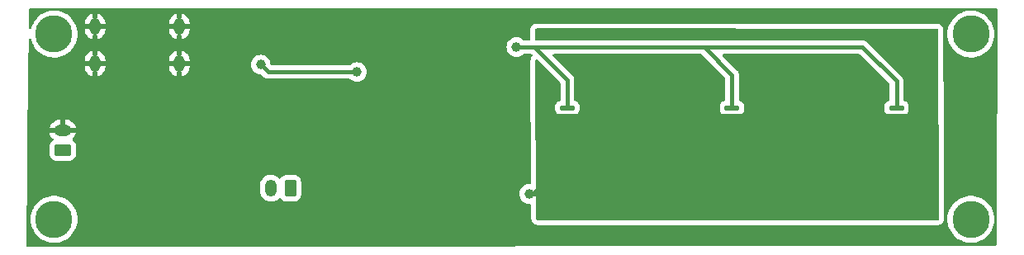
<source format=gbr>
%TF.GenerationSoftware,KiCad,Pcbnew,7.0.10-1.fc38*%
%TF.CreationDate,2024-02-26T14:13:32+00:00*%
%TF.ProjectId,desk-light,6465736b-2d6c-4696-9768-742e6b696361,rev?*%
%TF.SameCoordinates,Original*%
%TF.FileFunction,Copper,L2,Bot*%
%TF.FilePolarity,Positive*%
%FSLAX46Y46*%
G04 Gerber Fmt 4.6, Leading zero omitted, Abs format (unit mm)*
G04 Created by KiCad (PCBNEW 7.0.10-1.fc38) date 2024-02-26 14:13:32*
%MOMM*%
%LPD*%
G01*
G04 APERTURE LIST*
G04 Aperture macros list*
%AMRoundRect*
0 Rectangle with rounded corners*
0 $1 Rounding radius*
0 $2 $3 $4 $5 $6 $7 $8 $9 X,Y pos of 4 corners*
0 Add a 4 corners polygon primitive as box body*
4,1,4,$2,$3,$4,$5,$6,$7,$8,$9,$2,$3,0*
0 Add four circle primitives for the rounded corners*
1,1,$1+$1,$2,$3*
1,1,$1+$1,$4,$5*
1,1,$1+$1,$6,$7*
1,1,$1+$1,$8,$9*
0 Add four rect primitives between the rounded corners*
20,1,$1+$1,$2,$3,$4,$5,0*
20,1,$1+$1,$4,$5,$6,$7,0*
20,1,$1+$1,$6,$7,$8,$9,0*
20,1,$1+$1,$8,$9,$2,$3,0*%
G04 Aperture macros list end*
%TA.AperFunction,SMDPad,CuDef*%
%ADD10RoundRect,0.120000X0.630000X-0.120000X0.630000X0.120000X-0.630000X0.120000X-0.630000X-0.120000X0*%
%TD*%
%TA.AperFunction,SMDPad,CuDef*%
%ADD11RoundRect,0.250000X0.950000X-0.250000X0.950000X0.250000X-0.950000X0.250000X-0.950000X-0.250000X0*%
%TD*%
%TA.AperFunction,ComponentPad*%
%ADD12RoundRect,0.250000X0.625000X-0.350000X0.625000X0.350000X-0.625000X0.350000X-0.625000X-0.350000X0*%
%TD*%
%TA.AperFunction,ComponentPad*%
%ADD13O,1.750000X1.200000*%
%TD*%
%TA.AperFunction,ComponentPad*%
%ADD14RoundRect,0.250000X0.350000X0.625000X-0.350000X0.625000X-0.350000X-0.625000X0.350000X-0.625000X0*%
%TD*%
%TA.AperFunction,ComponentPad*%
%ADD15O,1.200000X1.750000*%
%TD*%
%TA.AperFunction,ComponentPad*%
%ADD16C,0.762000*%
%TD*%
%TA.AperFunction,ComponentPad*%
%ADD17O,1.117600X1.701800*%
%TD*%
%TA.AperFunction,ComponentPad*%
%ADD18C,3.800000*%
%TD*%
%TA.AperFunction,ViaPad*%
%ADD19C,1.000000*%
%TD*%
%TA.AperFunction,ViaPad*%
%ADD20C,0.600000*%
%TD*%
%TA.AperFunction,Conductor*%
%ADD21C,0.400000*%
%TD*%
G04 APERTURE END LIST*
D10*
%TO.P,D4,1,K*%
%TO.N,LED_OUT*%
X155640000Y-112890403D03*
%TO.P,D4,2,A*%
%TO.N,LED_IN*%
X155640000Y-110570403D03*
D11*
%TO.P,D4,3,PAD*%
%TO.N,LED_OUT*%
X155640000Y-111730403D03*
%TD*%
D12*
%TO.P,J2,1,Pin_1*%
%TO.N,Net-(J2-Pin_1)*%
X103900000Y-114880000D03*
D13*
%TO.P,J2,2,Pin_2*%
%TO.N,GND*%
X103900000Y-112880000D03*
%TD*%
D14*
%TO.P,J3,1,Pin_1*%
%TO.N,+5V*%
X127230000Y-118810000D03*
D15*
%TO.P,J3,2,Pin_2*%
%TO.N,Net-(J2-Pin_1)*%
X125230000Y-118810000D03*
%TD*%
D10*
%TO.P,D3,1,K*%
%TO.N,LED_OUT*%
X172505000Y-112890403D03*
%TO.P,D3,2,A*%
%TO.N,LED_IN*%
X172505000Y-110570403D03*
D11*
%TO.P,D3,3,PAD*%
%TO.N,LED_OUT*%
X172505000Y-111730403D03*
%TD*%
D10*
%TO.P,D2,1,K*%
%TO.N,LED_OUT*%
X189370000Y-112890403D03*
%TO.P,D2,2,A*%
%TO.N,LED_IN*%
X189370000Y-110570403D03*
D11*
%TO.P,D2,3,PAD*%
%TO.N,LED_OUT*%
X189370000Y-111730403D03*
%TD*%
D16*
%TO.P,J1,13*%
%TO.N,N/C*%
X115840000Y-102210000D03*
D17*
%TO.P,J1,8,PAD*%
%TO.N,GND*%
X115840000Y-102210000D03*
%TO.P,J1,7,PAD*%
X115840000Y-106010000D03*
%TO.P,J1,9,PAD*%
X107199996Y-106010000D03*
%TO.P,J1,10,PAD*%
X107199996Y-102210000D03*
%TD*%
D18*
%TO.P,H4,1*%
%TO.N,N/C*%
X197000000Y-122000000D03*
%TD*%
%TO.P,H3,1*%
%TO.N,N/C*%
X197000000Y-103000000D03*
%TD*%
%TO.P,H2,1*%
%TO.N,N/C*%
X103000000Y-122000000D03*
%TD*%
%TO.P,H1,1*%
%TO.N,N/C*%
X103000000Y-103000000D03*
%TD*%
D19*
%TO.N,LED_OUT*%
X183730000Y-113350000D03*
X184490000Y-116570000D03*
X180240000Y-117030000D03*
X176420000Y-116760000D03*
X178330000Y-113120000D03*
X179710000Y-109830000D03*
X183150000Y-110020000D03*
X184220000Y-107380000D03*
X178520000Y-107000000D03*
X167620000Y-111100000D03*
X165890000Y-116910000D03*
X159770000Y-117410000D03*
X163560000Y-114500000D03*
X164060000Y-110370000D03*
X164210000Y-107380000D03*
X151710000Y-119400000D03*
%TO.N,LED_IN*%
X150400000Y-104330000D03*
%TO.N,GND*%
X108430000Y-109930000D03*
X112540000Y-119000000D03*
%TO.N,+5V*%
X124190000Y-106120000D03*
X134050000Y-106880000D03*
%TO.N,GND*%
X134070000Y-108740000D03*
D20*
X140780000Y-108950000D03*
X139670000Y-108950000D03*
D19*
X146180000Y-111930000D03*
X143530000Y-111830000D03*
X140220000Y-105580000D03*
X104140001Y-109150006D03*
X118460001Y-109500006D03*
X109300001Y-115770006D03*
X114650001Y-115840006D03*
%TD*%
D21*
%TO.N,LED_OUT*%
X151710000Y-119400000D02*
X152060000Y-119400000D01*
X152060000Y-119400000D02*
X155640000Y-115820000D01*
X155640000Y-112890403D02*
X155640000Y-115820000D01*
X168270000Y-119400000D02*
X153450000Y-119400000D01*
X153450000Y-119400000D02*
X151710000Y-119400000D01*
X172505000Y-116205000D02*
X172520000Y-116220000D01*
X172505000Y-112890403D02*
X172505000Y-116205000D01*
X185440000Y-119400000D02*
X168270000Y-119400000D01*
X172520000Y-116220000D02*
X169340000Y-119400000D01*
X169340000Y-119400000D02*
X168270000Y-119400000D01*
X189370000Y-115450000D02*
X189380000Y-115460000D01*
X189370000Y-112890403D02*
X189370000Y-115450000D01*
X189380000Y-115460000D02*
X185440000Y-119400000D01*
%TO.N,LED_IN*%
X150400000Y-104330000D02*
X152260000Y-104330000D01*
X152260000Y-104330000D02*
X155640000Y-107710000D01*
X168190000Y-104330000D02*
X152030000Y-104330000D01*
X155640000Y-110570403D02*
X155640000Y-107710000D01*
X152030000Y-104330000D02*
X150400000Y-104330000D01*
X152380000Y-104330000D02*
X152030000Y-104330000D01*
X172505000Y-107195000D02*
X172510000Y-107190000D01*
X172505000Y-110570403D02*
X172505000Y-107195000D01*
X185860000Y-104330000D02*
X168190000Y-104330000D01*
X172510000Y-107190000D02*
X169650000Y-104330000D01*
X169650000Y-104330000D02*
X168190000Y-104330000D01*
X189370000Y-110570403D02*
X189370000Y-107840000D01*
X189370000Y-107840000D02*
X185860000Y-104330000D01*
%TO.N,+5V*%
X134050000Y-106880000D02*
X124950000Y-106880000D01*
X124950000Y-106880000D02*
X124190000Y-106120000D01*
%TD*%
%TA.AperFunction,Conductor*%
%TO.N,GND*%
G36*
X199625451Y-100329987D02*
G01*
X199692488Y-100349678D01*
X199738238Y-100402487D01*
X199749437Y-100454547D01*
X199652234Y-121980602D01*
X199648172Y-121994205D01*
X199648977Y-121995648D01*
X199652040Y-122023604D01*
X199640556Y-124566745D01*
X199620569Y-124633695D01*
X199567559Y-124679211D01*
X199516744Y-124690185D01*
X100285664Y-124839810D01*
X100218595Y-124820226D01*
X100172760Y-124767491D01*
X100161486Y-124714344D01*
X100171670Y-123853272D01*
X100193589Y-122000005D01*
X100594754Y-122000005D01*
X100613718Y-122301446D01*
X100613719Y-122301453D01*
X100620795Y-122338548D01*
X100656898Y-122527807D01*
X100670320Y-122598164D01*
X100763659Y-122885431D01*
X100763661Y-122885436D01*
X100892265Y-123158732D01*
X100892268Y-123158738D01*
X101054111Y-123413763D01*
X101246652Y-123646505D01*
X101466836Y-123853272D01*
X101466846Y-123853280D01*
X101711193Y-124030808D01*
X101711198Y-124030810D01*
X101711205Y-124030816D01*
X101975896Y-124176332D01*
X101975901Y-124176334D01*
X101975903Y-124176335D01*
X101975904Y-124176336D01*
X102256734Y-124287524D01*
X102256737Y-124287525D01*
X102354259Y-124312564D01*
X102549302Y-124362642D01*
X102696039Y-124381179D01*
X102848963Y-124400499D01*
X102848969Y-124400499D01*
X102848973Y-124400500D01*
X102848975Y-124400500D01*
X103151025Y-124400500D01*
X103151027Y-124400500D01*
X103151032Y-124400499D01*
X103151036Y-124400499D01*
X103230591Y-124390448D01*
X103450698Y-124362642D01*
X103743262Y-124287525D01*
X103743265Y-124287524D01*
X104024095Y-124176336D01*
X104024096Y-124176335D01*
X104024094Y-124176335D01*
X104024104Y-124176332D01*
X104288795Y-124030816D01*
X104533162Y-123853274D01*
X104753349Y-123646504D01*
X104945885Y-123413768D01*
X105107733Y-123158736D01*
X105236341Y-122885430D01*
X105329681Y-122598160D01*
X105386280Y-122301457D01*
X105386281Y-122301446D01*
X105405246Y-122000005D01*
X105405246Y-121999994D01*
X105386281Y-121698553D01*
X105386280Y-121698546D01*
X105386280Y-121698543D01*
X105329681Y-121401840D01*
X105236341Y-121114570D01*
X105107733Y-120841264D01*
X104945885Y-120586232D01*
X104753349Y-120353496D01*
X104727065Y-120328814D01*
X104578450Y-120189254D01*
X104533162Y-120146726D01*
X104533159Y-120146724D01*
X104533153Y-120146719D01*
X104288806Y-119969191D01*
X104288799Y-119969186D01*
X104288795Y-119969184D01*
X104024104Y-119823668D01*
X104024101Y-119823666D01*
X104024096Y-119823664D01*
X104024095Y-119823663D01*
X103743265Y-119712475D01*
X103743262Y-119712474D01*
X103450695Y-119637357D01*
X103151036Y-119599500D01*
X103151027Y-119599500D01*
X102848973Y-119599500D01*
X102848963Y-119599500D01*
X102549304Y-119637357D01*
X102256737Y-119712474D01*
X102256734Y-119712475D01*
X101975904Y-119823663D01*
X101975903Y-119823664D01*
X101711205Y-119969184D01*
X101711193Y-119969191D01*
X101466846Y-120146719D01*
X101466836Y-120146727D01*
X101246652Y-120353494D01*
X101054111Y-120586236D01*
X100892268Y-120841261D01*
X100892265Y-120841267D01*
X100763661Y-121114563D01*
X100763659Y-121114568D01*
X100670320Y-121401835D01*
X100613719Y-121698546D01*
X100613718Y-121698553D01*
X100594754Y-121999994D01*
X100594754Y-122000005D01*
X100193589Y-122000005D01*
X100227445Y-119137425D01*
X124129500Y-119137425D01*
X124135845Y-119203868D01*
X124144472Y-119294217D01*
X124144473Y-119294221D01*
X124200495Y-119485016D01*
X124203684Y-119495875D01*
X124251072Y-119587795D01*
X124299991Y-119682686D01*
X124429905Y-119847883D01*
X124429909Y-119847887D01*
X124588746Y-119985521D01*
X124770750Y-120090601D01*
X124770752Y-120090601D01*
X124770756Y-120090604D01*
X124969367Y-120159344D01*
X125177398Y-120189254D01*
X125387330Y-120179254D01*
X125591576Y-120129704D01*
X125677199Y-120090601D01*
X125782743Y-120042401D01*
X125782746Y-120042399D01*
X125782753Y-120042396D01*
X125953952Y-119920486D01*
X126051751Y-119817916D01*
X126112258Y-119782983D01*
X126182049Y-119786307D01*
X126238963Y-119826835D01*
X126247030Y-119838388D01*
X126287288Y-119903656D01*
X126411344Y-120027712D01*
X126560666Y-120119814D01*
X126727203Y-120174999D01*
X126829991Y-120185500D01*
X127630008Y-120185499D01*
X127630016Y-120185498D01*
X127630019Y-120185498D01*
X127691143Y-120179254D01*
X127732797Y-120174999D01*
X127899334Y-120119814D01*
X128048656Y-120027712D01*
X128172712Y-119903656D01*
X128264814Y-119754334D01*
X128319999Y-119587797D01*
X128330500Y-119485009D01*
X128330499Y-118134992D01*
X128319999Y-118032203D01*
X128264814Y-117865666D01*
X128172712Y-117716344D01*
X128048656Y-117592288D01*
X127955888Y-117535069D01*
X127899336Y-117500187D01*
X127899331Y-117500185D01*
X127869488Y-117490296D01*
X127732797Y-117445001D01*
X127732795Y-117445000D01*
X127630010Y-117434500D01*
X126829998Y-117434500D01*
X126829980Y-117434501D01*
X126727203Y-117445000D01*
X126727200Y-117445001D01*
X126560668Y-117500185D01*
X126560663Y-117500187D01*
X126411342Y-117592289D01*
X126287288Y-117716343D01*
X126287285Y-117716347D01*
X126248184Y-117779740D01*
X126196236Y-117826465D01*
X126127274Y-117837686D01*
X126063192Y-117809843D01*
X126045175Y-117791294D01*
X126030092Y-117772114D01*
X126030090Y-117772112D01*
X125871253Y-117634478D01*
X125689249Y-117529398D01*
X125689245Y-117529396D01*
X125689244Y-117529396D01*
X125490633Y-117460656D01*
X125282602Y-117430746D01*
X125282598Y-117430746D01*
X125072672Y-117440745D01*
X124868421Y-117490296D01*
X124868417Y-117490298D01*
X124677256Y-117577598D01*
X124677251Y-117577601D01*
X124506046Y-117699515D01*
X124506040Y-117699520D01*
X124361014Y-117851620D01*
X124247388Y-118028425D01*
X124169274Y-118223544D01*
X124129500Y-118429914D01*
X124129500Y-118429915D01*
X124129500Y-119137425D01*
X100227445Y-119137425D01*
X100273067Y-115280001D01*
X102524500Y-115280001D01*
X102524501Y-115280019D01*
X102535000Y-115382796D01*
X102535001Y-115382799D01*
X102590185Y-115549331D01*
X102590186Y-115549334D01*
X102682288Y-115698656D01*
X102806344Y-115822712D01*
X102955666Y-115914814D01*
X103122203Y-115969999D01*
X103224991Y-115980500D01*
X104575008Y-115980499D01*
X104677797Y-115969999D01*
X104844334Y-115914814D01*
X104993656Y-115822712D01*
X105117712Y-115698656D01*
X105209814Y-115549334D01*
X105264999Y-115382797D01*
X105275500Y-115280009D01*
X105275499Y-114479992D01*
X105264999Y-114377203D01*
X105209814Y-114210666D01*
X105117712Y-114061344D01*
X104993656Y-113937288D01*
X104929806Y-113897905D01*
X104883083Y-113845958D01*
X104871860Y-113776995D01*
X104899704Y-113712913D01*
X104918254Y-113694895D01*
X104937540Y-113679728D01*
X105075105Y-113520969D01*
X105075114Y-113520958D01*
X105180144Y-113339039D01*
X105180147Y-113339032D01*
X105248855Y-113140517D01*
X105248855Y-113140515D01*
X105250368Y-113130000D01*
X104179560Y-113130000D01*
X104218278Y-113087941D01*
X104268551Y-112973330D01*
X104278886Y-112848605D01*
X104248163Y-112727281D01*
X104184606Y-112630000D01*
X105246257Y-112630000D01*
X105219229Y-112518590D01*
X105131959Y-112327492D01*
X105010110Y-112156380D01*
X105010104Y-112156374D01*
X104858067Y-112011407D01*
X104681342Y-111897833D01*
X104486314Y-111819755D01*
X104280038Y-111780000D01*
X104150000Y-111780000D01*
X104150000Y-112599382D01*
X104080948Y-112545637D01*
X103962576Y-112505000D01*
X103868927Y-112505000D01*
X103776554Y-112520414D01*
X103666486Y-112579981D01*
X103650000Y-112597889D01*
X103650000Y-111780000D01*
X103572602Y-111780000D01*
X103415877Y-111794965D01*
X103415873Y-111794966D01*
X103214313Y-111854149D01*
X103027585Y-111950413D01*
X102862462Y-112080268D01*
X102862459Y-112080271D01*
X102724894Y-112239030D01*
X102724885Y-112239041D01*
X102619855Y-112420960D01*
X102619852Y-112420967D01*
X102551144Y-112619482D01*
X102551144Y-112619484D01*
X102549632Y-112630000D01*
X103620440Y-112630000D01*
X103581722Y-112672059D01*
X103531449Y-112786670D01*
X103521114Y-112911395D01*
X103551837Y-113032719D01*
X103615394Y-113130000D01*
X102553742Y-113130000D01*
X102580770Y-113241409D01*
X102668040Y-113432507D01*
X102789889Y-113603619D01*
X102789900Y-113603631D01*
X102892521Y-113701479D01*
X102927457Y-113761987D01*
X102924132Y-113831778D01*
X102883604Y-113888692D01*
X102872049Y-113896760D01*
X102806347Y-113937285D01*
X102806343Y-113937288D01*
X102682289Y-114061342D01*
X102590187Y-114210663D01*
X102590186Y-114210666D01*
X102535001Y-114377203D01*
X102535001Y-114377204D01*
X102535000Y-114377204D01*
X102524500Y-114479983D01*
X102524500Y-115280001D01*
X100273067Y-115280001D01*
X100378634Y-106354111D01*
X106141196Y-106354111D01*
X106156515Y-106509659D01*
X106217060Y-106709250D01*
X106315372Y-106893178D01*
X106315376Y-106893185D01*
X106447688Y-107054407D01*
X106608910Y-107186719D01*
X106608917Y-107186723D01*
X106792842Y-107285033D01*
X106792845Y-107285034D01*
X106949996Y-107332705D01*
X106949996Y-106972256D01*
X106969681Y-106905217D01*
X107022485Y-106859462D01*
X107091643Y-106849518D01*
X107107443Y-106852852D01*
X107123672Y-106857400D01*
X107123674Y-106857400D01*
X107237981Y-106857400D01*
X107309111Y-106847623D01*
X107378206Y-106857995D01*
X107430725Y-106904077D01*
X107449996Y-106970468D01*
X107449996Y-107332705D01*
X107607146Y-107285034D01*
X107607149Y-107285033D01*
X107791074Y-107186723D01*
X107791081Y-107186719D01*
X107952303Y-107054407D01*
X108084615Y-106893185D01*
X108084619Y-106893178D01*
X108182931Y-106709250D01*
X108243476Y-106509659D01*
X108258796Y-106354111D01*
X114781200Y-106354111D01*
X114796519Y-106509659D01*
X114857064Y-106709250D01*
X114955376Y-106893178D01*
X114955380Y-106893185D01*
X115087692Y-107054407D01*
X115248914Y-107186719D01*
X115248921Y-107186723D01*
X115432846Y-107285033D01*
X115432849Y-107285034D01*
X115590000Y-107332705D01*
X115590000Y-106972256D01*
X115609685Y-106905217D01*
X115662489Y-106859462D01*
X115731647Y-106849518D01*
X115747447Y-106852852D01*
X115763676Y-106857400D01*
X115763678Y-106857400D01*
X115877985Y-106857400D01*
X115949115Y-106847623D01*
X116018210Y-106857995D01*
X116070729Y-106904077D01*
X116090000Y-106970468D01*
X116090000Y-107332705D01*
X116247150Y-107285034D01*
X116247153Y-107285033D01*
X116431078Y-107186723D01*
X116431085Y-107186719D01*
X116592307Y-107054407D01*
X116724619Y-106893185D01*
X116724623Y-106893178D01*
X116822935Y-106709250D01*
X116883480Y-106509659D01*
X116898800Y-106354111D01*
X116898800Y-106260000D01*
X116499296Y-106260000D01*
X116432257Y-106240315D01*
X116386502Y-106187511D01*
X116377889Y-106161228D01*
X116369322Y-106120000D01*
X123184659Y-106120000D01*
X123203975Y-106316129D01*
X123261188Y-106504733D01*
X123354086Y-106678532D01*
X123354090Y-106678539D01*
X123479116Y-106830883D01*
X123631460Y-106955909D01*
X123631467Y-106955913D01*
X123805266Y-107048811D01*
X123805269Y-107048811D01*
X123805273Y-107048814D01*
X123993868Y-107106024D01*
X124162135Y-107122596D01*
X124226921Y-107148757D01*
X124237661Y-107158318D01*
X124437058Y-107357715D01*
X124442178Y-107363153D01*
X124482071Y-107408183D01*
X124525018Y-107437827D01*
X124531569Y-107442349D01*
X124537601Y-107446788D01*
X124584938Y-107483874D01*
X124584943Y-107483877D01*
X124594174Y-107488031D01*
X124613727Y-107499059D01*
X124622070Y-107504818D01*
X124678322Y-107526151D01*
X124685228Y-107529012D01*
X124740063Y-107553692D01*
X124740064Y-107553692D01*
X124740068Y-107553694D01*
X124750030Y-107555519D01*
X124771651Y-107561546D01*
X124781125Y-107565139D01*
X124781128Y-107565140D01*
X124825234Y-107570495D01*
X124840830Y-107572389D01*
X124848235Y-107573516D01*
X124869400Y-107577394D01*
X124907394Y-107584357D01*
X124967423Y-107580726D01*
X124974910Y-107580500D01*
X133282098Y-107580500D01*
X133349137Y-107600185D01*
X133360757Y-107608642D01*
X133418724Y-107656215D01*
X133491460Y-107715909D01*
X133491467Y-107715913D01*
X133665266Y-107808811D01*
X133665269Y-107808811D01*
X133665273Y-107808814D01*
X133853868Y-107866024D01*
X134050000Y-107885341D01*
X134246132Y-107866024D01*
X134434727Y-107808814D01*
X134608538Y-107715910D01*
X134760883Y-107590883D01*
X134885910Y-107438538D01*
X134978814Y-107264727D01*
X135036024Y-107076132D01*
X135055341Y-106880000D01*
X135036024Y-106683868D01*
X134978814Y-106495273D01*
X134978811Y-106495269D01*
X134978811Y-106495266D01*
X134885913Y-106321467D01*
X134885909Y-106321460D01*
X134760883Y-106169116D01*
X134608539Y-106044090D01*
X134608532Y-106044086D01*
X134434733Y-105951188D01*
X134434727Y-105951186D01*
X134246132Y-105893976D01*
X134246129Y-105893975D01*
X134050000Y-105874659D01*
X133853870Y-105893975D01*
X133665266Y-105951188D01*
X133491467Y-106044086D01*
X133491460Y-106044090D01*
X133405799Y-106114392D01*
X133360761Y-106151353D01*
X133296454Y-106178666D01*
X133282098Y-106179500D01*
X125313588Y-106179500D01*
X125246549Y-106159815D01*
X125200794Y-106107011D01*
X125190185Y-106067654D01*
X125188214Y-106047644D01*
X125176024Y-105923868D01*
X125118814Y-105735273D01*
X125118811Y-105735269D01*
X125118811Y-105735266D01*
X125025913Y-105561467D01*
X125025909Y-105561460D01*
X124900883Y-105409116D01*
X124748539Y-105284090D01*
X124748532Y-105284086D01*
X124574733Y-105191188D01*
X124574727Y-105191186D01*
X124386132Y-105133976D01*
X124386129Y-105133975D01*
X124190000Y-105114659D01*
X123993870Y-105133975D01*
X123805266Y-105191188D01*
X123631467Y-105284086D01*
X123631460Y-105284090D01*
X123479116Y-105409116D01*
X123354090Y-105561460D01*
X123354086Y-105561467D01*
X123261188Y-105735266D01*
X123203975Y-105923870D01*
X123184659Y-106120000D01*
X116369322Y-106120000D01*
X116368157Y-106114393D01*
X116345635Y-106070928D01*
X116332270Y-106002351D01*
X116338891Y-105972361D01*
X116373615Y-105874659D01*
X116385054Y-105842474D01*
X116426053Y-105785898D01*
X116491130Y-105760468D01*
X116501894Y-105760000D01*
X116898800Y-105760000D01*
X116898800Y-105665888D01*
X116883480Y-105510340D01*
X116822935Y-105310749D01*
X116724623Y-105126821D01*
X116724619Y-105126814D01*
X116592307Y-104965592D01*
X116431085Y-104833280D01*
X116431078Y-104833276D01*
X116247152Y-104734965D01*
X116090000Y-104687293D01*
X116090000Y-105047743D01*
X116070315Y-105114782D01*
X116017511Y-105160537D01*
X115948353Y-105170481D01*
X115932547Y-105167145D01*
X115916326Y-105162600D01*
X115916324Y-105162600D01*
X115802015Y-105162600D01*
X115802013Y-105162600D01*
X115730884Y-105172376D01*
X115661789Y-105162003D01*
X115609270Y-105115921D01*
X115590000Y-105049531D01*
X115590000Y-104687293D01*
X115589999Y-104687293D01*
X115432847Y-104734965D01*
X115248921Y-104833276D01*
X115248914Y-104833280D01*
X115087692Y-104965592D01*
X114955380Y-105126814D01*
X114955376Y-105126821D01*
X114857064Y-105310749D01*
X114796519Y-105510340D01*
X114781200Y-105665888D01*
X114781200Y-105760000D01*
X115180704Y-105760000D01*
X115247743Y-105779685D01*
X115293498Y-105832489D01*
X115302111Y-105858772D01*
X115311843Y-105905607D01*
X115311844Y-105905610D01*
X115334364Y-105949072D01*
X115347729Y-106017651D01*
X115341106Y-106047644D01*
X115294946Y-106177525D01*
X115253948Y-106234102D01*
X115188870Y-106259532D01*
X115178106Y-106260000D01*
X114781200Y-106260000D01*
X114781200Y-106354111D01*
X108258796Y-106354111D01*
X108258796Y-106260000D01*
X107859292Y-106260000D01*
X107792253Y-106240315D01*
X107746498Y-106187511D01*
X107737885Y-106161228D01*
X107728153Y-106114393D01*
X107705631Y-106070928D01*
X107692266Y-106002351D01*
X107698887Y-105972361D01*
X107733611Y-105874659D01*
X107745050Y-105842474D01*
X107786049Y-105785898D01*
X107851126Y-105760468D01*
X107861890Y-105760000D01*
X108258796Y-105760000D01*
X108258796Y-105665888D01*
X108243476Y-105510340D01*
X108182931Y-105310749D01*
X108084619Y-105126821D01*
X108084615Y-105126814D01*
X107952303Y-104965592D01*
X107791081Y-104833280D01*
X107791074Y-104833276D01*
X107607148Y-104734965D01*
X107449996Y-104687293D01*
X107449996Y-105047743D01*
X107430311Y-105114782D01*
X107377507Y-105160537D01*
X107308349Y-105170481D01*
X107292543Y-105167145D01*
X107276322Y-105162600D01*
X107276320Y-105162600D01*
X107162011Y-105162600D01*
X107162009Y-105162600D01*
X107090880Y-105172376D01*
X107021785Y-105162003D01*
X106969266Y-105115921D01*
X106949996Y-105049531D01*
X106949996Y-104687293D01*
X106949995Y-104687293D01*
X106792843Y-104734965D01*
X106608917Y-104833276D01*
X106608910Y-104833280D01*
X106447688Y-104965592D01*
X106315376Y-105126814D01*
X106315372Y-105126821D01*
X106217060Y-105310749D01*
X106156515Y-105510340D01*
X106141196Y-105665888D01*
X106141196Y-105760000D01*
X106540700Y-105760000D01*
X106607739Y-105779685D01*
X106653494Y-105832489D01*
X106662107Y-105858772D01*
X106671839Y-105905607D01*
X106671840Y-105905610D01*
X106694360Y-105949072D01*
X106707725Y-106017651D01*
X106701102Y-106047644D01*
X106654942Y-106177525D01*
X106613944Y-106234102D01*
X106548866Y-106259532D01*
X106538102Y-106260000D01*
X106141196Y-106260000D01*
X106141196Y-106354111D01*
X100378634Y-106354111D01*
X100411762Y-103553025D01*
X100432238Y-103486226D01*
X100485579Y-103441098D01*
X100554850Y-103431973D01*
X100618058Y-103461748D01*
X100655135Y-103520969D01*
X100657556Y-103531258D01*
X100670318Y-103598157D01*
X100670318Y-103598159D01*
X100763659Y-103885431D01*
X100763661Y-103885436D01*
X100892265Y-104158732D01*
X100892268Y-104158738D01*
X101054111Y-104413763D01*
X101246652Y-104646505D01*
X101466836Y-104853272D01*
X101466846Y-104853280D01*
X101711193Y-105030808D01*
X101711198Y-105030810D01*
X101711205Y-105030816D01*
X101975896Y-105176332D01*
X101975901Y-105176334D01*
X101975903Y-105176335D01*
X101975904Y-105176336D01*
X102256734Y-105287524D01*
X102256737Y-105287525D01*
X102347190Y-105310749D01*
X102549302Y-105362642D01*
X102696039Y-105381179D01*
X102848963Y-105400499D01*
X102848969Y-105400499D01*
X102848973Y-105400500D01*
X102848975Y-105400500D01*
X103151025Y-105400500D01*
X103151027Y-105400500D01*
X103151032Y-105400499D01*
X103151036Y-105400499D01*
X103230591Y-105390448D01*
X103450698Y-105362642D01*
X103743262Y-105287525D01*
X103751948Y-105284086D01*
X104024095Y-105176336D01*
X104024096Y-105176335D01*
X104024094Y-105176335D01*
X104024104Y-105176332D01*
X104288795Y-105030816D01*
X104533162Y-104853274D01*
X104753349Y-104646504D01*
X104945885Y-104413768D01*
X104999046Y-104330000D01*
X149394659Y-104330000D01*
X149413975Y-104526129D01*
X149471188Y-104714733D01*
X149564086Y-104888532D01*
X149564090Y-104888539D01*
X149689116Y-105040883D01*
X149841460Y-105165909D01*
X149841467Y-105165913D01*
X150015266Y-105258811D01*
X150015269Y-105258811D01*
X150015273Y-105258814D01*
X150203868Y-105316024D01*
X150400000Y-105335341D01*
X150596132Y-105316024D01*
X150784727Y-105258814D01*
X150958538Y-105165910D01*
X151089238Y-105058646D01*
X151153546Y-105031334D01*
X151167902Y-105030500D01*
X151918481Y-105030500D01*
X151985520Y-105050185D01*
X152006162Y-105066819D01*
X152030237Y-105090894D01*
X152063722Y-105152217D01*
X152058738Y-105221909D01*
X152036721Y-105259253D01*
X151940939Y-105371047D01*
X151940937Y-105371051D01*
X151881903Y-105502251D01*
X151881898Y-105502264D01*
X151863308Y-105566908D01*
X151862760Y-105568675D01*
X151862589Y-105569406D01*
X151842909Y-105711942D01*
X151913214Y-118277167D01*
X151893905Y-118344316D01*
X151841358Y-118390365D01*
X151777062Y-118401263D01*
X151710000Y-118394659D01*
X151513870Y-118413975D01*
X151325266Y-118471188D01*
X151151467Y-118564086D01*
X151151460Y-118564090D01*
X150999116Y-118689116D01*
X150874090Y-118841460D01*
X150874086Y-118841467D01*
X150781188Y-119015266D01*
X150723975Y-119203870D01*
X150704659Y-119400000D01*
X150723975Y-119596129D01*
X150723976Y-119596132D01*
X150771965Y-119754331D01*
X150781188Y-119784733D01*
X150874086Y-119958532D01*
X150874090Y-119958539D01*
X150999116Y-120110883D01*
X151151460Y-120235909D01*
X151151467Y-120235913D01*
X151325266Y-120328811D01*
X151325269Y-120328811D01*
X151325273Y-120328814D01*
X151513868Y-120386024D01*
X151710000Y-120405341D01*
X151789612Y-120397500D01*
X151858258Y-120410519D01*
X151908968Y-120458584D01*
X151925764Y-120520209D01*
X151933817Y-121959518D01*
X151945665Y-122065523D01*
X151945666Y-122065529D01*
X151956870Y-122116348D01*
X151956873Y-122116359D01*
X151990694Y-122217503D01*
X152068479Y-122338537D01*
X152068487Y-122338548D01*
X152114231Y-122391340D01*
X152114234Y-122391343D01*
X152114238Y-122391347D01*
X152222972Y-122485567D01*
X152353849Y-122545338D01*
X152420888Y-122565023D01*
X152420892Y-122565024D01*
X152563308Y-122585500D01*
X152563311Y-122585500D01*
X193595620Y-122585500D01*
X193595621Y-122585500D01*
X193703831Y-122573782D01*
X193755687Y-122562418D01*
X193858873Y-122527811D01*
X193858876Y-122527808D01*
X193858880Y-122527807D01*
X193979668Y-122449659D01*
X193979668Y-122449658D01*
X193979674Y-122449655D01*
X194028911Y-122406726D01*
X194030629Y-122405336D01*
X194032338Y-122403739D01*
X194032342Y-122403736D01*
X194126230Y-122294710D01*
X194185599Y-122163650D01*
X194205078Y-122096551D01*
X194218658Y-122000005D01*
X194594754Y-122000005D01*
X194613718Y-122301446D01*
X194613719Y-122301453D01*
X194620795Y-122338548D01*
X194656898Y-122527807D01*
X194670320Y-122598164D01*
X194763659Y-122885431D01*
X194763661Y-122885436D01*
X194892265Y-123158732D01*
X194892268Y-123158738D01*
X195054111Y-123413763D01*
X195246652Y-123646505D01*
X195466836Y-123853272D01*
X195466846Y-123853280D01*
X195711193Y-124030808D01*
X195711198Y-124030810D01*
X195711205Y-124030816D01*
X195975896Y-124176332D01*
X195975901Y-124176334D01*
X195975903Y-124176335D01*
X195975904Y-124176336D01*
X196256734Y-124287524D01*
X196256737Y-124287525D01*
X196354259Y-124312564D01*
X196549302Y-124362642D01*
X196696039Y-124381179D01*
X196848963Y-124400499D01*
X196848969Y-124400499D01*
X196848973Y-124400500D01*
X196848975Y-124400500D01*
X197151025Y-124400500D01*
X197151027Y-124400500D01*
X197151032Y-124400499D01*
X197151036Y-124400499D01*
X197230591Y-124390448D01*
X197450698Y-124362642D01*
X197743262Y-124287525D01*
X197743265Y-124287524D01*
X198024095Y-124176336D01*
X198024096Y-124176335D01*
X198024094Y-124176335D01*
X198024104Y-124176332D01*
X198288795Y-124030816D01*
X198533162Y-123853274D01*
X198753349Y-123646504D01*
X198945885Y-123413768D01*
X199107733Y-123158736D01*
X199236341Y-122885430D01*
X199329681Y-122598160D01*
X199386280Y-122301457D01*
X199386705Y-122294711D01*
X199404286Y-122015258D01*
X199407639Y-122006024D01*
X199404480Y-121987828D01*
X199404025Y-121980602D01*
X199386280Y-121698543D01*
X199329681Y-121401840D01*
X199236341Y-121114570D01*
X199107733Y-120841264D01*
X198945885Y-120586232D01*
X198753349Y-120353496D01*
X198727065Y-120328814D01*
X198578450Y-120189254D01*
X198533162Y-120146726D01*
X198533159Y-120146724D01*
X198533153Y-120146719D01*
X198288806Y-119969191D01*
X198288799Y-119969186D01*
X198288795Y-119969184D01*
X198024104Y-119823668D01*
X198024101Y-119823666D01*
X198024096Y-119823664D01*
X198024095Y-119823663D01*
X197743265Y-119712475D01*
X197743262Y-119712474D01*
X197450695Y-119637357D01*
X197151036Y-119599500D01*
X197151027Y-119599500D01*
X196848973Y-119599500D01*
X196848963Y-119599500D01*
X196549304Y-119637357D01*
X196256737Y-119712474D01*
X196256734Y-119712475D01*
X195975904Y-119823663D01*
X195975903Y-119823664D01*
X195711205Y-119969184D01*
X195711193Y-119969191D01*
X195466846Y-120146719D01*
X195466836Y-120146727D01*
X195246652Y-120353494D01*
X195054111Y-120586236D01*
X194892268Y-120841261D01*
X194892265Y-120841267D01*
X194763661Y-121114563D01*
X194763659Y-121114568D01*
X194670320Y-121401835D01*
X194613719Y-121698546D01*
X194613718Y-121698553D01*
X194594754Y-121999994D01*
X194594754Y-122000005D01*
X194218658Y-122000005D01*
X194225118Y-121954075D01*
X194218847Y-119903657D01*
X194196732Y-112672059D01*
X194167153Y-103000005D01*
X194594754Y-103000005D01*
X194613718Y-103301446D01*
X194613719Y-103301453D01*
X194629985Y-103386723D01*
X194670318Y-103598157D01*
X194670320Y-103598164D01*
X194763659Y-103885431D01*
X194763661Y-103885436D01*
X194892265Y-104158732D01*
X194892268Y-104158738D01*
X195054111Y-104413763D01*
X195246652Y-104646505D01*
X195466836Y-104853272D01*
X195466846Y-104853280D01*
X195711193Y-105030808D01*
X195711198Y-105030810D01*
X195711205Y-105030816D01*
X195975896Y-105176332D01*
X195975901Y-105176334D01*
X195975903Y-105176335D01*
X195975904Y-105176336D01*
X196256734Y-105287524D01*
X196256737Y-105287525D01*
X196347190Y-105310749D01*
X196549302Y-105362642D01*
X196696039Y-105381179D01*
X196848963Y-105400499D01*
X196848969Y-105400499D01*
X196848973Y-105400500D01*
X196848975Y-105400500D01*
X197151025Y-105400500D01*
X197151027Y-105400500D01*
X197151032Y-105400499D01*
X197151036Y-105400499D01*
X197230591Y-105390448D01*
X197450698Y-105362642D01*
X197743262Y-105287525D01*
X197751948Y-105284086D01*
X198024095Y-105176336D01*
X198024096Y-105176335D01*
X198024094Y-105176335D01*
X198024104Y-105176332D01*
X198288795Y-105030816D01*
X198533162Y-104853274D01*
X198753349Y-104646504D01*
X198945885Y-104413768D01*
X199107733Y-104158736D01*
X199236341Y-103885430D01*
X199329681Y-103598160D01*
X199386280Y-103301457D01*
X199394521Y-103170468D01*
X199405246Y-103000005D01*
X199405246Y-102999994D01*
X199386281Y-102698553D01*
X199386280Y-102698546D01*
X199386280Y-102698543D01*
X199329681Y-102401840D01*
X199236341Y-102114570D01*
X199232123Y-102105607D01*
X199172869Y-101979685D01*
X199107733Y-101841264D01*
X198945885Y-101586232D01*
X198753349Y-101353496D01*
X198533162Y-101146726D01*
X198533159Y-101146724D01*
X198533153Y-101146719D01*
X198288806Y-100969191D01*
X198288799Y-100969186D01*
X198288795Y-100969184D01*
X198024104Y-100823668D01*
X198024101Y-100823666D01*
X198024096Y-100823664D01*
X198024095Y-100823663D01*
X197743265Y-100712475D01*
X197743262Y-100712474D01*
X197450695Y-100637357D01*
X197151036Y-100599500D01*
X197151027Y-100599500D01*
X196848973Y-100599500D01*
X196848963Y-100599500D01*
X196549304Y-100637357D01*
X196256737Y-100712474D01*
X196256734Y-100712475D01*
X195975904Y-100823663D01*
X195975903Y-100823664D01*
X195711205Y-100969184D01*
X195711193Y-100969191D01*
X195466846Y-101146719D01*
X195466836Y-101146727D01*
X195246652Y-101353494D01*
X195054111Y-101586236D01*
X194892268Y-101841261D01*
X194892265Y-101841267D01*
X194763661Y-102114563D01*
X194763659Y-102114568D01*
X194670320Y-102401835D01*
X194613719Y-102698546D01*
X194613718Y-102698553D01*
X194594754Y-102999994D01*
X194594754Y-103000005D01*
X194167153Y-103000005D01*
X194165875Y-102581955D01*
X194154213Y-102475535D01*
X194143058Y-102424512D01*
X194109245Y-102322933D01*
X194109243Y-102322931D01*
X194109242Y-102322927D01*
X194031580Y-102201824D01*
X194031575Y-102201818D01*
X193985869Y-102148967D01*
X193877224Y-102054641D01*
X193877223Y-102054640D01*
X193877221Y-102054639D01*
X193877218Y-102054637D01*
X193746412Y-101994747D01*
X193746401Y-101994742D01*
X193679386Y-101974994D01*
X193536982Y-101954379D01*
X152693855Y-101914850D01*
X152455301Y-101914620D01*
X152455300Y-101914620D01*
X152455295Y-101914620D01*
X152346217Y-101926422D01*
X152346202Y-101926425D01*
X152293948Y-101937920D01*
X152189994Y-101972978D01*
X152069390Y-102051441D01*
X152069386Y-102051444D01*
X152030386Y-102085622D01*
X152022791Y-102090548D01*
X151923233Y-102206751D01*
X151923230Y-102206756D01*
X151864194Y-102337963D01*
X151864191Y-102337973D01*
X151845233Y-102403900D01*
X151844898Y-102405020D01*
X151844886Y-102405110D01*
X151844885Y-102405112D01*
X151839590Y-102443464D01*
X151825205Y-102547646D01*
X151830561Y-103504806D01*
X151811252Y-103571955D01*
X151758705Y-103618004D01*
X151706563Y-103629500D01*
X151167902Y-103629500D01*
X151100863Y-103609815D01*
X151089242Y-103601357D01*
X151030350Y-103553025D01*
X150958539Y-103494090D01*
X150958532Y-103494086D01*
X150784733Y-103401188D01*
X150784727Y-103401186D01*
X150596132Y-103343976D01*
X150596129Y-103343975D01*
X150400000Y-103324659D01*
X150203870Y-103343975D01*
X150015266Y-103401188D01*
X149841467Y-103494086D01*
X149841460Y-103494090D01*
X149689116Y-103619116D01*
X149564090Y-103771460D01*
X149564086Y-103771467D01*
X149471188Y-103945266D01*
X149413975Y-104133870D01*
X149394659Y-104330000D01*
X104999046Y-104330000D01*
X105107733Y-104158736D01*
X105236341Y-103885430D01*
X105329681Y-103598160D01*
X105386280Y-103301457D01*
X105394521Y-103170468D01*
X105405246Y-103000005D01*
X105405246Y-102999994D01*
X105386281Y-102698553D01*
X105386280Y-102698546D01*
X105386280Y-102698543D01*
X105358728Y-102554111D01*
X106141196Y-102554111D01*
X106156515Y-102709659D01*
X106217060Y-102909250D01*
X106315372Y-103093178D01*
X106315376Y-103093185D01*
X106447688Y-103254407D01*
X106608910Y-103386719D01*
X106608917Y-103386723D01*
X106792842Y-103485033D01*
X106792845Y-103485034D01*
X106949996Y-103532705D01*
X106949996Y-103172256D01*
X106969681Y-103105217D01*
X107022485Y-103059462D01*
X107091643Y-103049518D01*
X107107443Y-103052852D01*
X107123672Y-103057400D01*
X107123674Y-103057400D01*
X107237981Y-103057400D01*
X107309111Y-103047623D01*
X107378206Y-103057995D01*
X107430725Y-103104077D01*
X107449996Y-103170468D01*
X107449996Y-103532705D01*
X107607146Y-103485034D01*
X107607149Y-103485033D01*
X107791074Y-103386723D01*
X107791081Y-103386719D01*
X107952303Y-103254407D01*
X108084615Y-103093185D01*
X108084619Y-103093178D01*
X108182931Y-102909250D01*
X108243476Y-102709659D01*
X108258796Y-102554111D01*
X114781200Y-102554111D01*
X114796519Y-102709659D01*
X114857064Y-102909250D01*
X114955376Y-103093178D01*
X114955380Y-103093185D01*
X115087692Y-103254407D01*
X115248914Y-103386719D01*
X115248921Y-103386723D01*
X115432846Y-103485033D01*
X115432849Y-103485034D01*
X115590000Y-103532705D01*
X115590000Y-103172256D01*
X115609685Y-103105217D01*
X115662489Y-103059462D01*
X115731647Y-103049518D01*
X115747447Y-103052852D01*
X115763676Y-103057400D01*
X115763678Y-103057400D01*
X115877985Y-103057400D01*
X115949115Y-103047623D01*
X116018210Y-103057995D01*
X116070729Y-103104077D01*
X116090000Y-103170468D01*
X116090000Y-103532705D01*
X116247150Y-103485034D01*
X116247153Y-103485033D01*
X116431078Y-103386723D01*
X116431085Y-103386719D01*
X116592307Y-103254407D01*
X116724619Y-103093185D01*
X116724623Y-103093178D01*
X116822935Y-102909250D01*
X116883480Y-102709659D01*
X116898800Y-102554111D01*
X116898800Y-102460000D01*
X116499296Y-102460000D01*
X116432257Y-102440315D01*
X116386502Y-102387511D01*
X116377889Y-102361228D01*
X116368157Y-102314393D01*
X116358401Y-102295564D01*
X116344500Y-102238518D01*
X116344500Y-102177959D01*
X116351660Y-102136433D01*
X116355927Y-102124429D01*
X116369719Y-102085622D01*
X116385054Y-102042474D01*
X116426053Y-101985898D01*
X116491130Y-101960468D01*
X116501894Y-101960000D01*
X116898800Y-101960000D01*
X116898800Y-101865888D01*
X116883480Y-101710340D01*
X116822935Y-101510749D01*
X116724623Y-101326821D01*
X116724619Y-101326814D01*
X116592307Y-101165592D01*
X116431085Y-101033280D01*
X116431078Y-101033276D01*
X116247152Y-100934965D01*
X116090000Y-100887293D01*
X116090000Y-101247743D01*
X116070315Y-101314782D01*
X116017511Y-101360537D01*
X115948353Y-101370481D01*
X115932547Y-101367145D01*
X115916326Y-101362600D01*
X115916324Y-101362600D01*
X115802015Y-101362600D01*
X115802013Y-101362600D01*
X115730884Y-101372376D01*
X115661789Y-101362003D01*
X115609270Y-101315921D01*
X115590000Y-101249531D01*
X115590000Y-100887293D01*
X115589999Y-100887293D01*
X115432847Y-100934965D01*
X115248921Y-101033276D01*
X115248914Y-101033280D01*
X115087692Y-101165592D01*
X114955380Y-101326814D01*
X114955376Y-101326821D01*
X114857064Y-101510749D01*
X114796519Y-101710340D01*
X114781200Y-101865888D01*
X114781200Y-101960000D01*
X115180704Y-101960000D01*
X115247743Y-101979685D01*
X115293498Y-102032489D01*
X115302110Y-102058769D01*
X115311843Y-102105606D01*
X115311844Y-102105611D01*
X115321596Y-102124429D01*
X115335500Y-102181480D01*
X115335500Y-102242040D01*
X115328340Y-102283566D01*
X115294946Y-102377526D01*
X115253948Y-102434102D01*
X115188870Y-102459532D01*
X115178106Y-102460000D01*
X114781200Y-102460000D01*
X114781200Y-102554111D01*
X108258796Y-102554111D01*
X108258796Y-102460000D01*
X107859292Y-102460000D01*
X107792253Y-102440315D01*
X107746498Y-102387511D01*
X107737885Y-102361228D01*
X107728153Y-102314393D01*
X107705631Y-102270928D01*
X107692266Y-102202351D01*
X107698887Y-102172361D01*
X107729715Y-102085622D01*
X107745050Y-102042474D01*
X107786049Y-101985898D01*
X107851126Y-101960468D01*
X107861890Y-101960000D01*
X108258796Y-101960000D01*
X108258796Y-101865888D01*
X108243476Y-101710340D01*
X108182931Y-101510749D01*
X108084619Y-101326821D01*
X108084615Y-101326814D01*
X107952303Y-101165592D01*
X107791081Y-101033280D01*
X107791074Y-101033276D01*
X107607148Y-100934965D01*
X107449996Y-100887293D01*
X107449996Y-101247743D01*
X107430311Y-101314782D01*
X107377507Y-101360537D01*
X107308349Y-101370481D01*
X107292543Y-101367145D01*
X107276322Y-101362600D01*
X107276320Y-101362600D01*
X107162011Y-101362600D01*
X107162009Y-101362600D01*
X107090880Y-101372376D01*
X107021785Y-101362003D01*
X106969266Y-101315921D01*
X106949996Y-101249531D01*
X106949996Y-100887293D01*
X106949995Y-100887293D01*
X106792843Y-100934965D01*
X106608917Y-101033276D01*
X106608910Y-101033280D01*
X106447688Y-101165592D01*
X106315376Y-101326814D01*
X106315372Y-101326821D01*
X106217060Y-101510749D01*
X106156515Y-101710340D01*
X106141196Y-101865888D01*
X106141196Y-101960000D01*
X106540700Y-101960000D01*
X106607739Y-101979685D01*
X106653494Y-102032489D01*
X106662107Y-102058772D01*
X106671839Y-102105607D01*
X106671840Y-102105610D01*
X106694360Y-102149072D01*
X106707725Y-102217651D01*
X106701102Y-102247644D01*
X106654942Y-102377525D01*
X106613944Y-102434102D01*
X106548866Y-102459532D01*
X106538102Y-102460000D01*
X106141196Y-102460000D01*
X106141196Y-102554111D01*
X105358728Y-102554111D01*
X105329681Y-102401840D01*
X105236341Y-102114570D01*
X105232123Y-102105607D01*
X105172869Y-101979685D01*
X105107733Y-101841264D01*
X104945885Y-101586232D01*
X104753349Y-101353496D01*
X104533162Y-101146726D01*
X104533159Y-101146724D01*
X104533153Y-101146719D01*
X104288806Y-100969191D01*
X104288799Y-100969186D01*
X104288795Y-100969184D01*
X104024104Y-100823668D01*
X104024101Y-100823666D01*
X104024096Y-100823664D01*
X104024095Y-100823663D01*
X103743265Y-100712475D01*
X103743262Y-100712474D01*
X103450695Y-100637357D01*
X103151036Y-100599500D01*
X103151027Y-100599500D01*
X102848973Y-100599500D01*
X102848963Y-100599500D01*
X102549304Y-100637357D01*
X102256737Y-100712474D01*
X102256734Y-100712475D01*
X101975904Y-100823663D01*
X101975903Y-100823664D01*
X101711205Y-100969184D01*
X101711193Y-100969191D01*
X101466846Y-101146719D01*
X101466836Y-101146727D01*
X101246652Y-101353494D01*
X101054111Y-101586236D01*
X100892268Y-101841261D01*
X100892265Y-101841267D01*
X100763661Y-102114563D01*
X100763659Y-102114568D01*
X100670317Y-102401845D01*
X100669830Y-102403743D01*
X100669545Y-102404220D01*
X100669115Y-102405546D01*
X100668814Y-102405448D01*
X100634087Y-102463779D01*
X100571561Y-102494960D01*
X100502103Y-102487387D01*
X100447766Y-102443464D01*
X100425801Y-102377137D01*
X100425737Y-102371455D01*
X100448550Y-100442543D01*
X100469026Y-100375744D01*
X100522367Y-100330616D01*
X100572551Y-100320012D01*
X199625451Y-100329987D01*
G37*
%TD.AperFunction*%
%TD*%
%TA.AperFunction,Conductor*%
%TO.N,LED_OUT*%
G36*
X193536499Y-102459880D02*
G01*
X193603518Y-102479629D01*
X193649222Y-102532478D01*
X193660377Y-102583501D01*
X193719620Y-121955621D01*
X193700141Y-122022720D01*
X193647477Y-122068636D01*
X193595621Y-122080000D01*
X152563308Y-122080000D01*
X152496269Y-122060315D01*
X152450514Y-122007511D01*
X152439310Y-121956694D01*
X152439304Y-121955621D01*
X152348402Y-105709109D01*
X152367711Y-105641964D01*
X152420258Y-105595915D01*
X152489360Y-105585584D01*
X152553077Y-105614253D01*
X152560081Y-105620738D01*
X154903181Y-107963838D01*
X154936666Y-108025161D01*
X154939500Y-108051519D01*
X154939500Y-109731626D01*
X154919815Y-109798665D01*
X154867011Y-109844420D01*
X154850095Y-109850702D01*
X154761615Y-109876407D01*
X154761612Y-109876409D01*
X154626670Y-109956213D01*
X154626662Y-109956219D01*
X154515816Y-110067065D01*
X154515810Y-110067073D01*
X154436006Y-110202015D01*
X154436005Y-110202018D01*
X154392268Y-110352559D01*
X154392267Y-110352565D01*
X154389500Y-110387727D01*
X154389500Y-110753078D01*
X154392267Y-110788240D01*
X154392268Y-110788246D01*
X154436005Y-110938787D01*
X154436006Y-110938790D01*
X154515810Y-111073732D01*
X154515816Y-111073740D01*
X154626662Y-111184586D01*
X154626666Y-111184589D01*
X154626668Y-111184591D01*
X154761611Y-111264396D01*
X154801313Y-111275930D01*
X154912156Y-111308134D01*
X154912159Y-111308134D01*
X154912161Y-111308135D01*
X154947332Y-111310903D01*
X154947340Y-111310903D01*
X156332660Y-111310903D01*
X156332668Y-111310903D01*
X156367839Y-111308135D01*
X156367841Y-111308134D01*
X156367843Y-111308134D01*
X156407541Y-111296600D01*
X156518389Y-111264396D01*
X156653332Y-111184591D01*
X156764188Y-111073735D01*
X156843993Y-110938792D01*
X156887732Y-110788242D01*
X156890500Y-110753071D01*
X156890500Y-110387735D01*
X156887732Y-110352564D01*
X156843993Y-110202014D01*
X156764188Y-110067071D01*
X156764186Y-110067069D01*
X156764183Y-110067065D01*
X156653337Y-109956219D01*
X156653329Y-109956213D01*
X156518387Y-109876409D01*
X156518384Y-109876407D01*
X156429905Y-109850702D01*
X156371019Y-109813096D01*
X156341813Y-109749623D01*
X156340500Y-109731626D01*
X156340500Y-107734920D01*
X156340726Y-107727432D01*
X156344358Y-107667394D01*
X156333514Y-107608221D01*
X156332387Y-107600815D01*
X156329279Y-107575221D01*
X156325140Y-107541128D01*
X156321548Y-107531656D01*
X156315521Y-107510034D01*
X156314366Y-107503731D01*
X156313695Y-107500069D01*
X156313693Y-107500066D01*
X156313693Y-107500063D01*
X156289009Y-107445221D01*
X156286154Y-107438331D01*
X156264818Y-107382070D01*
X156259062Y-107373731D01*
X156248034Y-107354177D01*
X156243880Y-107344946D01*
X156229743Y-107326902D01*
X156206780Y-107297591D01*
X156202352Y-107291573D01*
X156185535Y-107267210D01*
X156168183Y-107242071D01*
X156123153Y-107202178D01*
X156117715Y-107197058D01*
X154162838Y-105242181D01*
X154129353Y-105180858D01*
X154134337Y-105111166D01*
X154176209Y-105055233D01*
X154241673Y-105030816D01*
X154250519Y-105030500D01*
X168147628Y-105030500D01*
X169308481Y-105030500D01*
X169375520Y-105050185D01*
X169396162Y-105066819D01*
X171768181Y-107438838D01*
X171801666Y-107500161D01*
X171804500Y-107526519D01*
X171804500Y-109731626D01*
X171784815Y-109798665D01*
X171732011Y-109844420D01*
X171715095Y-109850702D01*
X171626615Y-109876407D01*
X171626612Y-109876409D01*
X171491670Y-109956213D01*
X171491662Y-109956219D01*
X171380816Y-110067065D01*
X171380810Y-110067073D01*
X171301006Y-110202015D01*
X171301005Y-110202018D01*
X171257268Y-110352559D01*
X171257267Y-110352565D01*
X171254500Y-110387727D01*
X171254500Y-110753078D01*
X171257267Y-110788240D01*
X171257268Y-110788246D01*
X171301005Y-110938787D01*
X171301006Y-110938790D01*
X171380810Y-111073732D01*
X171380816Y-111073740D01*
X171491662Y-111184586D01*
X171491666Y-111184589D01*
X171491668Y-111184591D01*
X171626611Y-111264396D01*
X171666313Y-111275930D01*
X171777156Y-111308134D01*
X171777159Y-111308134D01*
X171777161Y-111308135D01*
X171812332Y-111310903D01*
X171812340Y-111310903D01*
X173197660Y-111310903D01*
X173197668Y-111310903D01*
X173232839Y-111308135D01*
X173232841Y-111308134D01*
X173232843Y-111308134D01*
X173272541Y-111296600D01*
X173383389Y-111264396D01*
X173518332Y-111184591D01*
X173629188Y-111073735D01*
X173708993Y-110938792D01*
X173752732Y-110788242D01*
X173755500Y-110753071D01*
X173755500Y-110387735D01*
X173752732Y-110352564D01*
X173708993Y-110202014D01*
X173629188Y-110067071D01*
X173629186Y-110067069D01*
X173629183Y-110067065D01*
X173518337Y-109956219D01*
X173518329Y-109956213D01*
X173383387Y-109876409D01*
X173383384Y-109876407D01*
X173294905Y-109850702D01*
X173236019Y-109813096D01*
X173206813Y-109749623D01*
X173205500Y-109731626D01*
X173205500Y-107297564D01*
X173205726Y-107290088D01*
X173206209Y-107282091D01*
X173208013Y-107267224D01*
X173214358Y-107232606D01*
X173212233Y-107197486D01*
X173212233Y-107182511D01*
X173214358Y-107147394D01*
X173208014Y-107112779D01*
X173206209Y-107097917D01*
X173204086Y-107062804D01*
X173193620Y-107029218D01*
X173190037Y-107014678D01*
X173183697Y-106980076D01*
X173183695Y-106980073D01*
X173183695Y-106980069D01*
X173169249Y-106947974D01*
X173163943Y-106933982D01*
X173153478Y-106900394D01*
X173135270Y-106870276D01*
X173128318Y-106857030D01*
X173113878Y-106824944D01*
X173092174Y-106797242D01*
X173083673Y-106784924D01*
X173065474Y-106754818D01*
X173065471Y-106754814D01*
X171552838Y-105242181D01*
X171519353Y-105180858D01*
X171524337Y-105111166D01*
X171566209Y-105055233D01*
X171631673Y-105030816D01*
X171640519Y-105030500D01*
X185518481Y-105030500D01*
X185585520Y-105050185D01*
X185606162Y-105066819D01*
X188633181Y-108093837D01*
X188666666Y-108155160D01*
X188669500Y-108181518D01*
X188669500Y-109731626D01*
X188649815Y-109798665D01*
X188597011Y-109844420D01*
X188580095Y-109850702D01*
X188491615Y-109876407D01*
X188491612Y-109876409D01*
X188356670Y-109956213D01*
X188356662Y-109956219D01*
X188245816Y-110067065D01*
X188245810Y-110067073D01*
X188166006Y-110202015D01*
X188166005Y-110202018D01*
X188122268Y-110352559D01*
X188122267Y-110352565D01*
X188119500Y-110387727D01*
X188119500Y-110753078D01*
X188122267Y-110788240D01*
X188122268Y-110788246D01*
X188166005Y-110938787D01*
X188166006Y-110938790D01*
X188245810Y-111073732D01*
X188245816Y-111073740D01*
X188356662Y-111184586D01*
X188356666Y-111184589D01*
X188356668Y-111184591D01*
X188491611Y-111264396D01*
X188531313Y-111275930D01*
X188642156Y-111308134D01*
X188642159Y-111308134D01*
X188642161Y-111308135D01*
X188677332Y-111310903D01*
X188677340Y-111310903D01*
X190062660Y-111310903D01*
X190062668Y-111310903D01*
X190097839Y-111308135D01*
X190097841Y-111308134D01*
X190097843Y-111308134D01*
X190137541Y-111296600D01*
X190248389Y-111264396D01*
X190383332Y-111184591D01*
X190494188Y-111073735D01*
X190573993Y-110938792D01*
X190617732Y-110788242D01*
X190620500Y-110753071D01*
X190620500Y-110387735D01*
X190617732Y-110352564D01*
X190573993Y-110202014D01*
X190494188Y-110067071D01*
X190494186Y-110067069D01*
X190494183Y-110067065D01*
X190383337Y-109956219D01*
X190383329Y-109956213D01*
X190248387Y-109876409D01*
X190248384Y-109876407D01*
X190159905Y-109850702D01*
X190101019Y-109813096D01*
X190071813Y-109749623D01*
X190070500Y-109731626D01*
X190070500Y-107864920D01*
X190070726Y-107857432D01*
X190074358Y-107797394D01*
X190063514Y-107738221D01*
X190062387Y-107730815D01*
X190061976Y-107727432D01*
X190055140Y-107671128D01*
X190051548Y-107661656D01*
X190045521Y-107640034D01*
X190043695Y-107630071D01*
X190043693Y-107630063D01*
X190019009Y-107575221D01*
X190016154Y-107568331D01*
X189994818Y-107512070D01*
X189989062Y-107503731D01*
X189978034Y-107484177D01*
X189973881Y-107474949D01*
X189973878Y-107474945D01*
X189973878Y-107474944D01*
X189936788Y-107427603D01*
X189932352Y-107421574D01*
X189898183Y-107372071D01*
X189889586Y-107364455D01*
X189853145Y-107332171D01*
X189847707Y-107327051D01*
X186372940Y-103852283D01*
X186367805Y-103846828D01*
X186327929Y-103801816D01*
X186327924Y-103801812D01*
X186278438Y-103767655D01*
X186272403Y-103763215D01*
X186225060Y-103726124D01*
X186225055Y-103726120D01*
X186215813Y-103721961D01*
X186196266Y-103710936D01*
X186187931Y-103705183D01*
X186187932Y-103705183D01*
X186187930Y-103705182D01*
X186131694Y-103683854D01*
X186124790Y-103680994D01*
X186069932Y-103656305D01*
X186069930Y-103656304D01*
X186059946Y-103654474D01*
X186038343Y-103648451D01*
X186028874Y-103644860D01*
X186028871Y-103644859D01*
X185969171Y-103637610D01*
X185961770Y-103636483D01*
X185902609Y-103625642D01*
X185902603Y-103625642D01*
X185842567Y-103629274D01*
X185835079Y-103629500D01*
X169724927Y-103629500D01*
X169702576Y-103627469D01*
X169692607Y-103625642D01*
X169692603Y-103625642D01*
X169632567Y-103629274D01*
X169625079Y-103629500D01*
X152460075Y-103629500D01*
X152393036Y-103609815D01*
X152347281Y-103557011D01*
X152336077Y-103506194D01*
X152330914Y-102583501D01*
X152330698Y-102544812D01*
X152350007Y-102477665D01*
X152402554Y-102431616D01*
X152454812Y-102420120D01*
X193536499Y-102459880D01*
G37*
%TD.AperFunction*%
%TD*%
M02*

</source>
